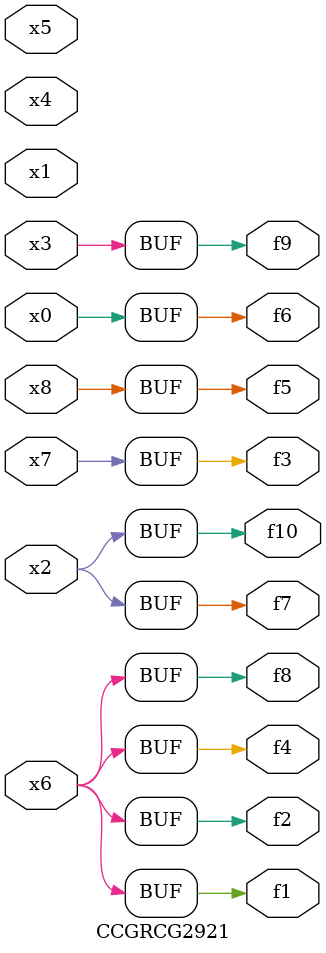
<source format=v>
module CCGRCG2921(
	input x0, x1, x2, x3, x4, x5, x6, x7, x8,
	output f1, f2, f3, f4, f5, f6, f7, f8, f9, f10
);
	assign f1 = x6;
	assign f2 = x6;
	assign f3 = x7;
	assign f4 = x6;
	assign f5 = x8;
	assign f6 = x0;
	assign f7 = x2;
	assign f8 = x6;
	assign f9 = x3;
	assign f10 = x2;
endmodule

</source>
